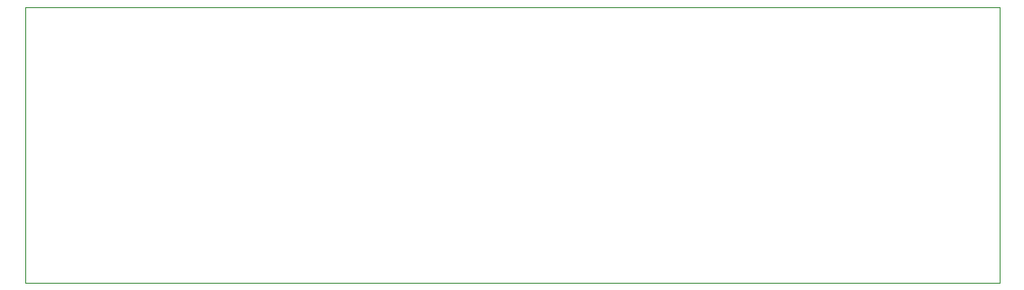
<source format=gbr>
G04 #@! TF.GenerationSoftware,KiCad,Pcbnew,5.1.5-52549c5~84~ubuntu18.04.1*
G04 #@! TF.CreationDate,2020-01-16T18:33:31+01:00*
G04 #@! TF.ProjectId,3d-printer-power-distribution-board,33642d70-7269-46e7-9465-722d706f7765,rev?*
G04 #@! TF.SameCoordinates,Original*
G04 #@! TF.FileFunction,Profile,NP*
%FSLAX46Y46*%
G04 Gerber Fmt 4.6, Leading zero omitted, Abs format (unit mm)*
G04 Created by KiCad (PCBNEW 5.1.5-52549c5~84~ubuntu18.04.1) date 2020-01-16 18:33:31*
%MOMM*%
%LPD*%
G04 APERTURE LIST*
%ADD10C,0.100000*%
G04 APERTURE END LIST*
D10*
X142240000Y-142240000D02*
X142240000Y-116332000D01*
X50800000Y-116332000D02*
X142240000Y-116332000D01*
X50800000Y-142240000D02*
X50800000Y-116332000D01*
X142240000Y-142240000D02*
X50800000Y-142240000D01*
M02*

</source>
